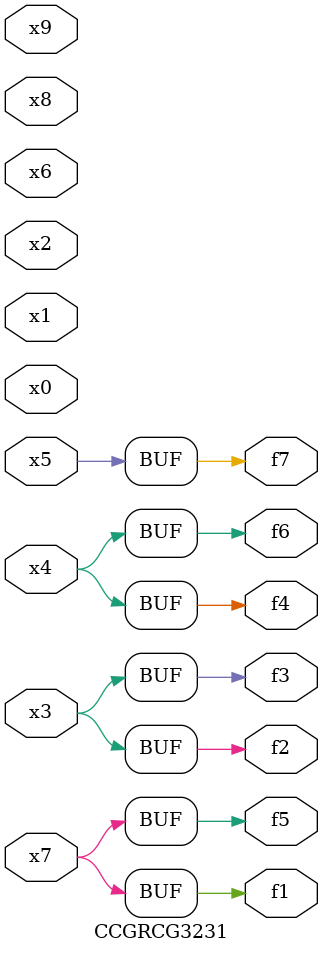
<source format=v>
module CCGRCG3231(
	input x0, x1, x2, x3, x4, x5, x6, x7, x8, x9,
	output f1, f2, f3, f4, f5, f6, f7
);
	assign f1 = x7;
	assign f2 = x3;
	assign f3 = x3;
	assign f4 = x4;
	assign f5 = x7;
	assign f6 = x4;
	assign f7 = x5;
endmodule

</source>
